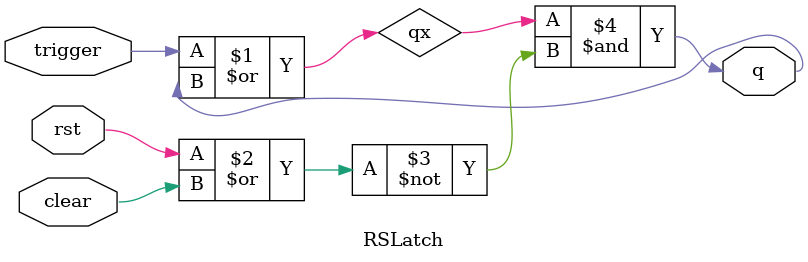
<source format=v>
`timescale 1ns / 1ps
module RSLatch(
    input trigger,
    input clear,
    input rst,
    output q
    );

wire qx;

assign qx = (trigger | q);
assign q = qx & ~(rst | clear); 

endmodule

</source>
